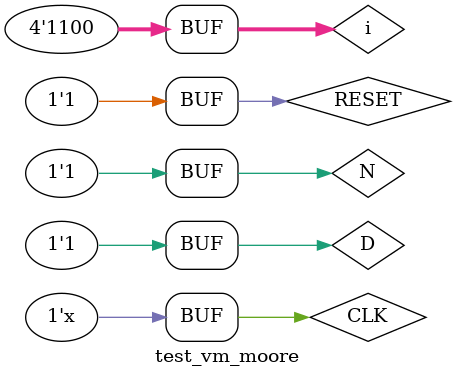
<source format=v>
`timescale 1ns / 1ps


module test_vm_moore();

  // Inputs
  reg N;
  reg D;
  reg RESET;
  reg CLK;

  // Outputs
  wire O;

  // Instantiate the Unit Under Test (UUT)
  vm_moore uut (
    .N(N),
    .D(D),
    .RESET(RESET),
    .CLK(CLK),
    .O(O)
  );

  always #10 CLK = ~CLK;

  reg [3:0] i;

  initial begin
    // Initialize Inputs
    N = 0;
    D = 0;
    RESET = 1;
    CLK = 0;

    // Wait 100 ns for global reset to finish
    #125;

    for (i = 0; i < 4'b1100; i = i+1) begin
      RESET = 1;
      #20;
      RESET = 0;
      N = i[2];
      D = i[3];
      #20;
      N = i[0];
      D = i[1];
      #20;
    end

  RESET = 1;
  #20;
  end

endmodule

</source>
